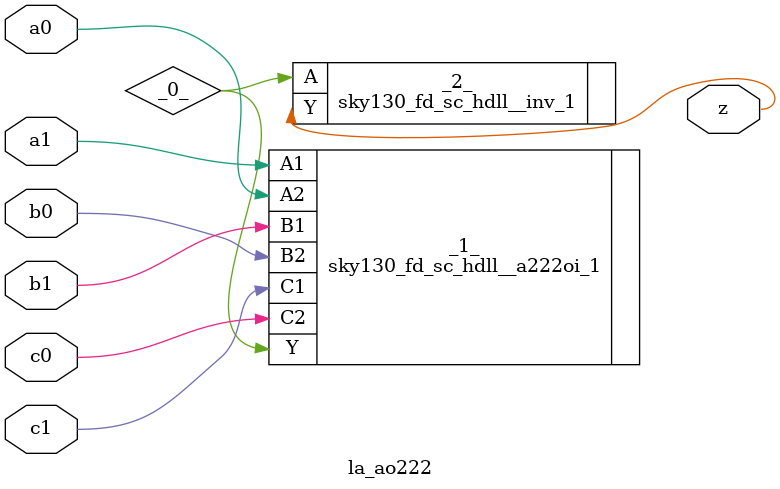
<source format=v>

/* Generated by Yosys 0.37 (git sha1 a5c7f69ed, clang 14.0.0-1ubuntu1.1 -fPIC -Os) */

module la_ao222(a0, a1, b0, b1, c0, c1, z);
  wire _0_;
  input a0;
  wire a0;
  input a1;
  wire a1;
  input b0;
  wire b0;
  input b1;
  wire b1;
  input c0;
  wire c0;
  input c1;
  wire c1;
  output z;
  wire z;
  sky130_fd_sc_hdll__a222oi_1 _1_ (
    .A1(a1),
    .A2(a0),
    .B1(b1),
    .B2(b0),
    .C1(c1),
    .C2(c0),
    .Y(_0_)
  );
  sky130_fd_sc_hdll__inv_1 _2_ (
    .A(_0_),
    .Y(z)
  );
endmodule

</source>
